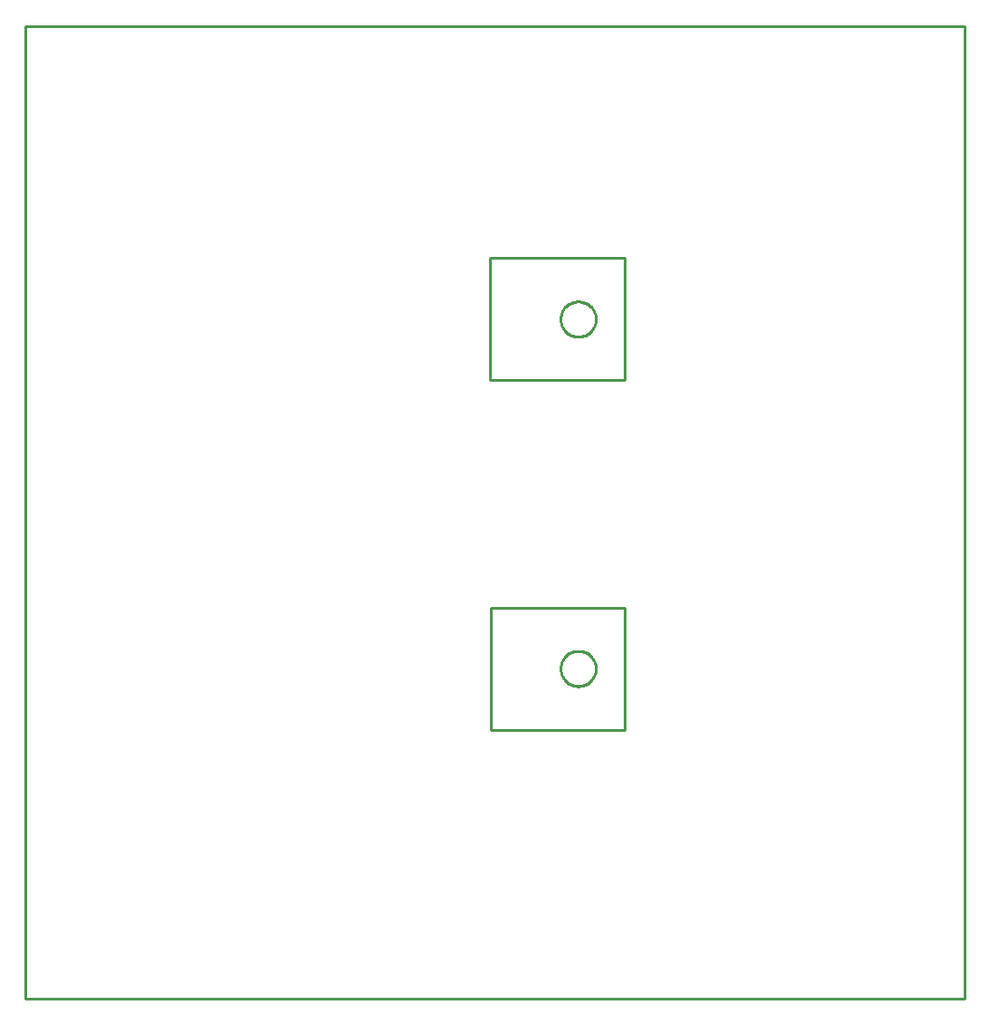
<source format=gbr>
G04 EAGLE Gerber RS-274X export*
G75*
%MOMM*%
%FSLAX34Y34*%
%LPD*%
%IN*%
%IPPOS*%
%AMOC8*
5,1,8,0,0,1.08239X$1,22.5*%
G01*
%ADD10C,0.254000*%


D10*
X0Y0D02*
X880000Y0D01*
X880000Y910000D01*
X0Y910000D01*
X0Y0D01*
X435295Y578485D02*
X561980Y578485D01*
X561980Y692785D01*
X435295Y692785D01*
X435295Y578485D01*
X436565Y251460D02*
X561975Y251460D01*
X561975Y365760D01*
X436565Y365760D01*
X436565Y251460D01*
X517620Y619125D02*
X516541Y619196D01*
X515469Y619337D01*
X514409Y619548D01*
X513365Y619827D01*
X512341Y620175D01*
X511343Y620589D01*
X510373Y621067D01*
X509437Y621607D01*
X508538Y622208D01*
X507681Y622866D01*
X506868Y623579D01*
X506104Y624343D01*
X505391Y625156D01*
X504733Y626013D01*
X504132Y626912D01*
X503592Y627848D01*
X503114Y628818D01*
X502700Y629816D01*
X502352Y630840D01*
X502073Y631884D01*
X501862Y632944D01*
X501721Y634016D01*
X501650Y635095D01*
X501650Y636175D01*
X501721Y637254D01*
X501862Y638326D01*
X502073Y639386D01*
X502352Y640430D01*
X502700Y641454D01*
X503114Y642452D01*
X503592Y643422D01*
X504132Y644358D01*
X504733Y645257D01*
X505391Y646114D01*
X506104Y646927D01*
X506868Y647692D01*
X507681Y648404D01*
X508538Y649062D01*
X509437Y649663D01*
X510373Y650203D01*
X511343Y650681D01*
X512341Y651095D01*
X513365Y651443D01*
X514409Y651722D01*
X515469Y651933D01*
X516541Y652074D01*
X517620Y652145D01*
X518700Y652145D01*
X519779Y652074D01*
X520851Y651933D01*
X521911Y651722D01*
X522955Y651443D01*
X523979Y651095D01*
X524977Y650681D01*
X525947Y650203D01*
X526883Y649663D01*
X527782Y649062D01*
X528639Y648404D01*
X529452Y647692D01*
X530217Y646927D01*
X530929Y646114D01*
X531587Y645257D01*
X532188Y644358D01*
X532728Y643422D01*
X533206Y642452D01*
X533620Y641454D01*
X533968Y640430D01*
X534247Y639386D01*
X534458Y638326D01*
X534599Y637254D01*
X534670Y636175D01*
X534670Y635095D01*
X534599Y634016D01*
X534458Y632944D01*
X534247Y631884D01*
X533968Y630840D01*
X533620Y629816D01*
X533206Y628818D01*
X532728Y627848D01*
X532188Y626912D01*
X531587Y626013D01*
X530929Y625156D01*
X530217Y624343D01*
X529452Y623579D01*
X528639Y622866D01*
X527782Y622208D01*
X526883Y621607D01*
X525947Y621067D01*
X524977Y620589D01*
X523979Y620175D01*
X522955Y619827D01*
X521911Y619548D01*
X520851Y619337D01*
X519779Y619196D01*
X518700Y619125D01*
X517620Y619125D01*
X517620Y292100D02*
X516541Y292171D01*
X515469Y292312D01*
X514409Y292523D01*
X513365Y292802D01*
X512341Y293150D01*
X511343Y293564D01*
X510373Y294042D01*
X509437Y294582D01*
X508538Y295183D01*
X507681Y295841D01*
X506868Y296554D01*
X506104Y297318D01*
X505391Y298131D01*
X504733Y298988D01*
X504132Y299887D01*
X503592Y300823D01*
X503114Y301793D01*
X502700Y302791D01*
X502352Y303815D01*
X502073Y304859D01*
X501862Y305919D01*
X501721Y306991D01*
X501650Y308070D01*
X501650Y309150D01*
X501721Y310229D01*
X501862Y311301D01*
X502073Y312361D01*
X502352Y313405D01*
X502700Y314429D01*
X503114Y315427D01*
X503592Y316397D01*
X504132Y317333D01*
X504733Y318232D01*
X505391Y319089D01*
X506104Y319902D01*
X506868Y320667D01*
X507681Y321379D01*
X508538Y322037D01*
X509437Y322638D01*
X510373Y323178D01*
X511343Y323656D01*
X512341Y324070D01*
X513365Y324418D01*
X514409Y324697D01*
X515469Y324908D01*
X516541Y325049D01*
X517620Y325120D01*
X518700Y325120D01*
X519779Y325049D01*
X520851Y324908D01*
X521911Y324697D01*
X522955Y324418D01*
X523979Y324070D01*
X524977Y323656D01*
X525947Y323178D01*
X526883Y322638D01*
X527782Y322037D01*
X528639Y321379D01*
X529452Y320667D01*
X530217Y319902D01*
X530929Y319089D01*
X531587Y318232D01*
X532188Y317333D01*
X532728Y316397D01*
X533206Y315427D01*
X533620Y314429D01*
X533968Y313405D01*
X534247Y312361D01*
X534458Y311301D01*
X534599Y310229D01*
X534670Y309150D01*
X534670Y308070D01*
X534599Y306991D01*
X534458Y305919D01*
X534247Y304859D01*
X533968Y303815D01*
X533620Y302791D01*
X533206Y301793D01*
X532728Y300823D01*
X532188Y299887D01*
X531587Y298988D01*
X530929Y298131D01*
X530217Y297318D01*
X529452Y296554D01*
X528639Y295841D01*
X527782Y295183D01*
X526883Y294582D01*
X525947Y294042D01*
X524977Y293564D01*
X523979Y293150D01*
X522955Y292802D01*
X521911Y292523D01*
X520851Y292312D01*
X519779Y292171D01*
X518700Y292100D01*
X517620Y292100D01*
M02*

</source>
